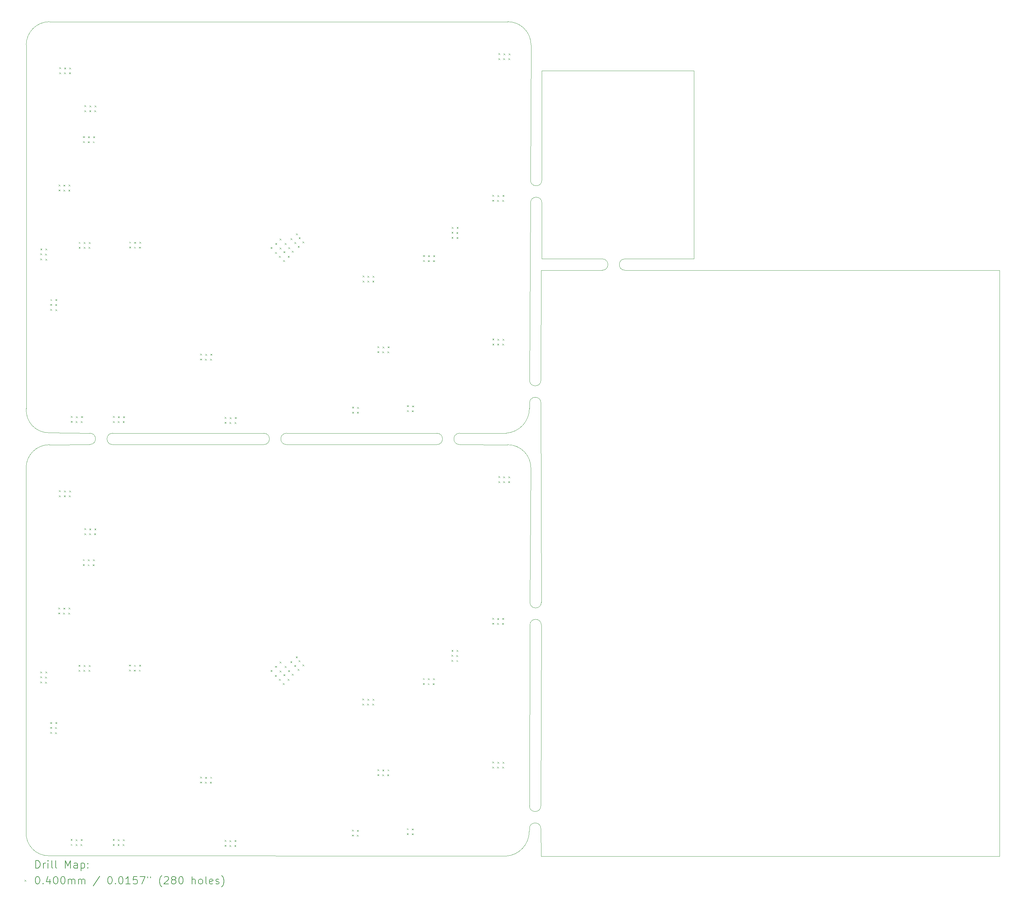
<source format=gbr>
%TF.GenerationSoftware,KiCad,Pcbnew,6.0.11-2627ca5db0~126~ubuntu20.04.1*%
%TF.CreationDate,2023-05-10T15:16:14+05:30*%
%TF.ProjectId,MVCU_COPY,4d564355-5f43-44f5-9059-2e6b69636164,rev?*%
%TF.SameCoordinates,Original*%
%TF.FileFunction,Drillmap*%
%TF.FilePolarity,Positive*%
%FSLAX45Y45*%
G04 Gerber Fmt 4.5, Leading zero omitted, Abs format (unit mm)*
G04 Created by KiCad (PCBNEW 6.0.11-2627ca5db0~126~ubuntu20.04.1) date 2023-05-10 15:16:14*
%MOMM*%
%LPD*%
G01*
G04 APERTURE LIST*
%ADD10C,0.050000*%
%ADD11C,0.120000*%
%ADD12C,0.200000*%
%ADD13C,0.040000*%
G04 APERTURE END LIST*
D10*
X16607500Y-18135000D02*
X16601800Y-18209500D01*
X16620000Y-12772500D02*
X16607500Y-17535000D01*
X16644700Y-8632300D02*
X16620000Y-12172500D01*
X16605700Y-7067500D02*
X16610000Y-6922500D01*
X16635000Y-1652500D02*
X16610000Y-6322500D01*
X16648600Y2509700D02*
X16635000Y-1052500D01*
X19122500Y-3427500D02*
X28979000Y-3432500D01*
X16914000Y-3432500D02*
X18522500Y-3427500D01*
X16907500Y-18135000D02*
X16914000Y-18863000D01*
X16920000Y-12772500D02*
X16907500Y-17535000D01*
X16910000Y-6922500D02*
X16920000Y-12172500D01*
X16914000Y-3432500D02*
X16910000Y-6322500D01*
X16935000Y-1052500D02*
X16934750Y1828000D01*
X19122500Y-3127500D02*
X20935750Y-3122500D01*
X16935250Y-3122500D02*
X16935000Y-1652500D01*
X18522500Y-3127500D02*
X16935250Y-3122500D01*
D11*
X19122500Y-3127500D02*
G75*
G03*
X19122500Y-3427500I0J-150000D01*
G01*
X18522500Y-3427500D02*
G75*
G03*
X18522500Y-3127500I0J150000D01*
G01*
X16635000Y-1052500D02*
G75*
G03*
X16935000Y-1052500I150000J0D01*
G01*
X16935000Y-1652500D02*
G75*
G03*
X16635000Y-1652500I-150000J0D01*
G01*
X16610000Y-6322500D02*
G75*
G03*
X16910000Y-6322500I150000J0D01*
G01*
X16910000Y-6922500D02*
G75*
G03*
X16610000Y-6922500I-150000J0D01*
G01*
X16620000Y-12172500D02*
G75*
G03*
X16920000Y-12172500I150000J0D01*
G01*
X16920000Y-12772500D02*
G75*
G03*
X16620000Y-12772500I-150000J0D01*
G01*
X16607500Y-17535000D02*
G75*
G03*
X16907500Y-17535000I150000J0D01*
G01*
X16907500Y-18135000D02*
G75*
G03*
X16607500Y-18135000I-150000J0D01*
G01*
D10*
X28979000Y-18863000D02*
X16914000Y-18863000D01*
X28979000Y-3432500D02*
X28979000Y-18863000D01*
X20935250Y1828000D02*
X20935750Y-3122500D01*
X16934750Y1828000D02*
X20935250Y1828000D01*
X16039000Y3119300D02*
X3974000Y3119300D01*
X14169300Y-7719500D02*
X10214300Y-7719500D01*
X14769300Y-7719500D02*
X15995700Y-7717500D01*
X5639300Y-8019500D02*
X9614300Y-8019500D01*
X9614300Y-7719500D02*
X5639300Y-7719500D01*
D11*
X14169300Y-8019500D02*
G75*
G03*
X14169300Y-7719500I0J150000D01*
G01*
D10*
X10214300Y-8019500D02*
X14169300Y-8019500D01*
D11*
X10214300Y-7719500D02*
G75*
G03*
X10214300Y-8019500I0J-150000D01*
G01*
D10*
X3970100Y-8022700D02*
G75*
G03*
X3360500Y-8632300I0J-609600D01*
G01*
X3365702Y-7067500D02*
G75*
G03*
X3965700Y-7707500I590368J-47780D01*
G01*
X15995700Y-7717499D02*
G75*
G03*
X16605700Y-7067500I-41310J649999D01*
G01*
X3970100Y-8022700D02*
X5039300Y-8015500D01*
X3361802Y-18209500D02*
G75*
G03*
X3961800Y-18849500I590368J-47780D01*
G01*
X3361800Y-18209500D02*
X3360500Y-8632300D01*
D11*
X5639300Y-7719500D02*
G75*
G03*
X5639300Y-8019500I0J-150000D01*
G01*
D10*
X16644700Y-8632300D02*
G75*
G03*
X16035100Y-8022700I-609600J0D01*
G01*
X14769300Y-8019500D02*
X16035100Y-8022700D01*
X16648600Y2509700D02*
G75*
G03*
X16039000Y3119300I-609600J0D01*
G01*
X5039300Y-7719500D02*
X3965700Y-7707500D01*
X3974000Y3119300D02*
G75*
G03*
X3364400Y2509700I0J-609600D01*
G01*
X15991800Y-18859500D02*
X3961800Y-18849500D01*
D11*
X14769300Y-7719500D02*
G75*
G03*
X14769300Y-8019500I0J-150000D01*
G01*
D10*
X15991800Y-18859499D02*
G75*
G03*
X16601800Y-18209500I-41310J649999D01*
G01*
X3365700Y-7067500D02*
X3364400Y2509700D01*
D11*
X5039300Y-8015500D02*
G75*
G03*
X5039300Y-7719500I0J148000D01*
G01*
X9614300Y-8019500D02*
G75*
G03*
X9614300Y-7719500I0J150000D01*
G01*
D12*
D13*
X3731800Y-14124500D02*
X3771800Y-14164500D01*
X3771800Y-14124500D02*
X3731800Y-14164500D01*
X3731800Y-14257000D02*
X3771800Y-14297000D01*
X3771800Y-14257000D02*
X3731800Y-14297000D01*
X3734200Y-13997100D02*
X3774200Y-14037100D01*
X3774200Y-13997100D02*
X3734200Y-14037100D01*
X3735700Y-2982500D02*
X3775700Y-3022500D01*
X3775700Y-2982500D02*
X3735700Y-3022500D01*
X3735700Y-3115000D02*
X3775700Y-3155000D01*
X3775700Y-3115000D02*
X3735700Y-3155000D01*
X3738100Y-2855100D02*
X3778100Y-2895100D01*
X3778100Y-2855100D02*
X3738100Y-2895100D01*
X3859300Y-14129500D02*
X3899300Y-14169500D01*
X3899300Y-14129500D02*
X3859300Y-14169500D01*
X3861800Y-14264500D02*
X3901800Y-14304500D01*
X3901800Y-14264500D02*
X3861800Y-14304500D01*
X3863200Y-2987500D02*
X3903200Y-3027500D01*
X3903200Y-2987500D02*
X3863200Y-3027500D01*
X3865700Y-3122500D02*
X3905700Y-3162500D01*
X3905700Y-3122500D02*
X3865700Y-3162500D01*
X3866800Y-13997000D02*
X3906800Y-14037000D01*
X3906800Y-13997000D02*
X3866800Y-14037000D01*
X3870700Y-2855000D02*
X3910700Y-2895000D01*
X3910700Y-2855000D02*
X3870700Y-2895000D01*
X3994300Y-15457000D02*
X4034300Y-15497000D01*
X4034300Y-15457000D02*
X3994300Y-15497000D01*
X3994300Y-15589500D02*
X4034300Y-15629500D01*
X4034300Y-15589500D02*
X3994300Y-15629500D01*
X3996700Y-15329600D02*
X4036700Y-15369600D01*
X4036700Y-15329600D02*
X3996700Y-15369600D01*
X3998200Y-4315000D02*
X4038200Y-4355000D01*
X4038200Y-4315000D02*
X3998200Y-4355000D01*
X3998200Y-4447500D02*
X4038200Y-4487500D01*
X4038200Y-4447500D02*
X3998200Y-4487500D01*
X4000600Y-4187600D02*
X4040600Y-4227600D01*
X4040600Y-4187600D02*
X4000600Y-4227600D01*
X4121800Y-15462000D02*
X4161800Y-15502000D01*
X4161800Y-15462000D02*
X4121800Y-15502000D01*
X4124300Y-15597000D02*
X4164300Y-15637000D01*
X4164300Y-15597000D02*
X4124300Y-15637000D01*
X4125700Y-4320000D02*
X4165700Y-4360000D01*
X4165700Y-4320000D02*
X4125700Y-4360000D01*
X4128200Y-4455000D02*
X4168200Y-4495000D01*
X4168200Y-4455000D02*
X4128200Y-4495000D01*
X4129300Y-15329500D02*
X4169300Y-15369500D01*
X4169300Y-15329500D02*
X4129300Y-15369500D01*
X4133200Y-4187500D02*
X4173200Y-4227500D01*
X4173200Y-4187500D02*
X4133200Y-4227500D01*
X4209300Y-12309500D02*
X4249300Y-12349500D01*
X4249300Y-12309500D02*
X4209300Y-12349500D01*
X4209400Y-12442100D02*
X4249400Y-12482100D01*
X4249400Y-12442100D02*
X4209400Y-12482100D01*
X4213200Y-1167500D02*
X4253200Y-1207500D01*
X4253200Y-1167500D02*
X4213200Y-1207500D01*
X4213300Y-1300100D02*
X4253300Y-1340100D01*
X4253300Y-1300100D02*
X4213300Y-1340100D01*
X4226800Y-9222000D02*
X4266800Y-9262000D01*
X4266800Y-9222000D02*
X4226800Y-9262000D01*
X4226900Y-9354600D02*
X4266900Y-9394600D01*
X4266900Y-9354600D02*
X4226900Y-9394600D01*
X4230700Y1920000D02*
X4270700Y1880000D01*
X4270700Y1920000D02*
X4230700Y1880000D01*
X4230800Y1787400D02*
X4270800Y1747400D01*
X4270800Y1787400D02*
X4230800Y1747400D01*
X4336800Y-12444500D02*
X4376800Y-12484500D01*
X4376800Y-12444500D02*
X4336800Y-12484500D01*
X4340700Y-1302500D02*
X4380700Y-1342500D01*
X4380700Y-1302500D02*
X4340700Y-1342500D01*
X4341800Y-12317000D02*
X4381800Y-12357000D01*
X4381800Y-12317000D02*
X4341800Y-12357000D01*
X4345700Y-1175000D02*
X4385700Y-1215000D01*
X4385700Y-1175000D02*
X4345700Y-1215000D01*
X4354300Y-9357000D02*
X4394300Y-9397000D01*
X4394300Y-9357000D02*
X4354300Y-9397000D01*
X4358200Y1785000D02*
X4398200Y1745000D01*
X4398200Y1785000D02*
X4358200Y1745000D01*
X4359300Y-9229500D02*
X4399300Y-9269500D01*
X4399300Y-9229500D02*
X4359300Y-9269500D01*
X4363200Y1912500D02*
X4403200Y1872500D01*
X4403200Y1912500D02*
X4363200Y1872500D01*
X4469300Y-12444500D02*
X4509300Y-12484500D01*
X4509300Y-12444500D02*
X4469300Y-12484500D01*
X4473200Y-1302500D02*
X4513200Y-1342500D01*
X4513200Y-1302500D02*
X4473200Y-1342500D01*
X4476800Y-12314500D02*
X4516800Y-12354500D01*
X4516800Y-12314500D02*
X4476800Y-12354500D01*
X4480700Y-1172500D02*
X4520700Y-1212500D01*
X4520700Y-1172500D02*
X4480700Y-1212500D01*
X4486800Y-9357000D02*
X4526800Y-9397000D01*
X4526800Y-9357000D02*
X4486800Y-9397000D01*
X4490700Y1785000D02*
X4530700Y1745000D01*
X4530700Y1785000D02*
X4490700Y1745000D01*
X4494300Y-9227000D02*
X4534300Y-9267000D01*
X4534300Y-9227000D02*
X4494300Y-9267000D01*
X4498200Y1915000D02*
X4538200Y1875000D01*
X4538200Y1915000D02*
X4498200Y1875000D01*
X4534300Y-18407000D02*
X4574300Y-18447000D01*
X4574300Y-18407000D02*
X4534300Y-18447000D01*
X4534400Y-18539600D02*
X4574400Y-18579600D01*
X4574400Y-18539600D02*
X4534400Y-18579600D01*
X4538200Y-7265000D02*
X4578200Y-7305000D01*
X4578200Y-7265000D02*
X4538200Y-7305000D01*
X4538300Y-7397600D02*
X4578300Y-7437600D01*
X4578300Y-7397600D02*
X4538300Y-7437600D01*
X4661800Y-18542000D02*
X4701800Y-18582000D01*
X4701800Y-18542000D02*
X4661800Y-18582000D01*
X4665700Y-7400000D02*
X4705700Y-7440000D01*
X4705700Y-7400000D02*
X4665700Y-7440000D01*
X4666800Y-18414500D02*
X4706800Y-18454500D01*
X4706800Y-18414500D02*
X4666800Y-18454500D01*
X4670700Y-7272500D02*
X4710700Y-7312500D01*
X4710700Y-7272500D02*
X4670700Y-7312500D01*
X4741800Y-13822000D02*
X4781800Y-13862000D01*
X4781800Y-13822000D02*
X4741800Y-13862000D01*
X4741900Y-13954600D02*
X4781900Y-13994600D01*
X4781900Y-13954600D02*
X4741900Y-13994600D01*
X4745700Y-2680000D02*
X4785700Y-2720000D01*
X4785700Y-2680000D02*
X4745700Y-2720000D01*
X4745800Y-2812600D02*
X4785800Y-2852600D01*
X4785800Y-2812600D02*
X4745800Y-2852600D01*
X4794300Y-18542000D02*
X4834300Y-18582000D01*
X4834300Y-18542000D02*
X4794300Y-18582000D01*
X4798200Y-7400000D02*
X4838200Y-7440000D01*
X4838200Y-7400000D02*
X4798200Y-7440000D01*
X4801800Y-18412000D02*
X4841800Y-18452000D01*
X4841800Y-18412000D02*
X4801800Y-18452000D01*
X4805700Y-7270000D02*
X4845700Y-7310000D01*
X4845700Y-7270000D02*
X4805700Y-7310000D01*
X4854300Y-11037000D02*
X4894300Y-11077000D01*
X4894300Y-11037000D02*
X4854300Y-11077000D01*
X4854400Y-11169600D02*
X4894400Y-11209600D01*
X4894400Y-11169600D02*
X4854400Y-11209600D01*
X4858200Y105000D02*
X4898200Y65000D01*
X4898200Y105000D02*
X4858200Y65000D01*
X4858300Y-27600D02*
X4898300Y-67600D01*
X4898300Y-27600D02*
X4858300Y-67600D01*
X4869300Y-13957000D02*
X4909300Y-13997000D01*
X4909300Y-13957000D02*
X4869300Y-13997000D01*
X4873200Y-2815000D02*
X4913200Y-2855000D01*
X4913200Y-2815000D02*
X4873200Y-2855000D01*
X4874300Y-13829500D02*
X4914300Y-13869500D01*
X4914300Y-13829500D02*
X4874300Y-13869500D01*
X4878200Y-2687500D02*
X4918200Y-2727500D01*
X4918200Y-2687500D02*
X4878200Y-2727500D01*
X4891800Y-10222000D02*
X4931800Y-10262000D01*
X4931800Y-10222000D02*
X4891800Y-10262000D01*
X4891900Y-10354600D02*
X4931900Y-10394600D01*
X4931900Y-10354600D02*
X4891900Y-10394600D01*
X4895700Y920000D02*
X4935700Y880000D01*
X4935700Y920000D02*
X4895700Y880000D01*
X4895800Y787400D02*
X4935800Y747400D01*
X4935800Y787400D02*
X4895800Y747400D01*
X4981800Y-11172000D02*
X5021800Y-11212000D01*
X5021800Y-11172000D02*
X4981800Y-11212000D01*
X4985700Y-30000D02*
X5025700Y-70000D01*
X5025700Y-30000D02*
X4985700Y-70000D01*
X4986800Y-11044500D02*
X5026800Y-11084500D01*
X5026800Y-11044500D02*
X4986800Y-11084500D01*
X4990700Y97500D02*
X5030700Y57500D01*
X5030700Y97500D02*
X4990700Y57500D01*
X5001800Y-13957000D02*
X5041800Y-13997000D01*
X5041800Y-13957000D02*
X5001800Y-13997000D01*
X5005700Y-2815000D02*
X5045700Y-2855000D01*
X5045700Y-2815000D02*
X5005700Y-2855000D01*
X5009300Y-13827000D02*
X5049300Y-13867000D01*
X5049300Y-13827000D02*
X5009300Y-13867000D01*
X5013200Y-2685000D02*
X5053200Y-2725000D01*
X5053200Y-2685000D02*
X5013200Y-2725000D01*
X5019300Y-10357000D02*
X5059300Y-10397000D01*
X5059300Y-10357000D02*
X5019300Y-10397000D01*
X5023200Y785000D02*
X5063200Y745000D01*
X5063200Y785000D02*
X5023200Y745000D01*
X5024300Y-10229500D02*
X5064300Y-10269500D01*
X5064300Y-10229500D02*
X5024300Y-10269500D01*
X5028200Y912500D02*
X5068200Y872500D01*
X5068200Y912500D02*
X5028200Y872500D01*
X5114300Y-11172000D02*
X5154300Y-11212000D01*
X5154300Y-11172000D02*
X5114300Y-11212000D01*
X5118200Y-30000D02*
X5158200Y-70000D01*
X5158200Y-30000D02*
X5118200Y-70000D01*
X5121800Y-11042000D02*
X5161800Y-11082000D01*
X5161800Y-11042000D02*
X5121800Y-11082000D01*
X5125700Y100000D02*
X5165700Y60000D01*
X5165700Y100000D02*
X5125700Y60000D01*
X5151800Y-10357000D02*
X5191800Y-10397000D01*
X5191800Y-10357000D02*
X5151800Y-10397000D01*
X5155700Y785000D02*
X5195700Y745000D01*
X5195700Y785000D02*
X5155700Y745000D01*
X5159300Y-10227000D02*
X5199300Y-10267000D01*
X5199300Y-10227000D02*
X5159300Y-10267000D01*
X5163200Y915000D02*
X5203200Y875000D01*
X5203200Y915000D02*
X5163200Y875000D01*
X5641800Y-18409500D02*
X5681800Y-18449500D01*
X5681800Y-18409500D02*
X5641800Y-18449500D01*
X5641900Y-18542100D02*
X5681900Y-18582100D01*
X5681900Y-18542100D02*
X5641900Y-18582100D01*
X5645700Y-7267500D02*
X5685700Y-7307500D01*
X5685700Y-7267500D02*
X5645700Y-7307500D01*
X5645800Y-7400100D02*
X5685800Y-7440100D01*
X5685800Y-7400100D02*
X5645800Y-7440100D01*
X5769300Y-18544500D02*
X5809300Y-18584500D01*
X5809300Y-18544500D02*
X5769300Y-18584500D01*
X5773200Y-7402500D02*
X5813200Y-7442500D01*
X5813200Y-7402500D02*
X5773200Y-7442500D01*
X5774300Y-18417000D02*
X5814300Y-18457000D01*
X5814300Y-18417000D02*
X5774300Y-18457000D01*
X5778200Y-7275000D02*
X5818200Y-7315000D01*
X5818200Y-7275000D02*
X5778200Y-7315000D01*
X5901800Y-18544500D02*
X5941800Y-18584500D01*
X5941800Y-18544500D02*
X5901800Y-18584500D01*
X5905700Y-7402500D02*
X5945700Y-7442500D01*
X5945700Y-7402500D02*
X5905700Y-7442500D01*
X5909300Y-18414500D02*
X5949300Y-18454500D01*
X5949300Y-18414500D02*
X5909300Y-18454500D01*
X5913200Y-7272500D02*
X5953200Y-7312500D01*
X5953200Y-7272500D02*
X5913200Y-7312500D01*
X6069300Y-13814500D02*
X6109300Y-13854500D01*
X6109300Y-13814500D02*
X6069300Y-13854500D01*
X6069400Y-13947100D02*
X6109400Y-13987100D01*
X6109400Y-13947100D02*
X6069400Y-13987100D01*
X6073200Y-2672500D02*
X6113200Y-2712500D01*
X6113200Y-2672500D02*
X6073200Y-2712500D01*
X6073300Y-2805100D02*
X6113300Y-2845100D01*
X6113300Y-2805100D02*
X6073300Y-2845100D01*
X6196800Y-13949500D02*
X6236800Y-13989500D01*
X6236800Y-13949500D02*
X6196800Y-13989500D01*
X6200700Y-2807500D02*
X6240700Y-2847500D01*
X6240700Y-2807500D02*
X6200700Y-2847500D01*
X6201800Y-13822000D02*
X6241800Y-13862000D01*
X6241800Y-13822000D02*
X6201800Y-13862000D01*
X6205700Y-2680000D02*
X6245700Y-2720000D01*
X6245700Y-2680000D02*
X6205700Y-2720000D01*
X6329300Y-13949500D02*
X6369300Y-13989500D01*
X6369300Y-13949500D02*
X6329300Y-13989500D01*
X6333200Y-2807500D02*
X6373200Y-2847500D01*
X6373200Y-2807500D02*
X6333200Y-2847500D01*
X6336800Y-13819500D02*
X6376800Y-13859500D01*
X6376800Y-13819500D02*
X6336800Y-13859500D01*
X6340700Y-2677500D02*
X6380700Y-2717500D01*
X6380700Y-2677500D02*
X6340700Y-2717500D01*
X7939300Y-16764500D02*
X7979300Y-16804500D01*
X7979300Y-16764500D02*
X7939300Y-16804500D01*
X7939400Y-16897100D02*
X7979400Y-16937100D01*
X7979400Y-16897100D02*
X7939400Y-16937100D01*
X7943200Y-5622500D02*
X7983200Y-5662500D01*
X7983200Y-5622500D02*
X7943200Y-5662500D01*
X7943300Y-5755100D02*
X7983300Y-5795100D01*
X7983300Y-5755100D02*
X7943300Y-5795100D01*
X8066800Y-16899500D02*
X8106800Y-16939500D01*
X8106800Y-16899500D02*
X8066800Y-16939500D01*
X8070700Y-5757500D02*
X8110700Y-5797500D01*
X8110700Y-5757500D02*
X8070700Y-5797500D01*
X8071800Y-16772000D02*
X8111800Y-16812000D01*
X8111800Y-16772000D02*
X8071800Y-16812000D01*
X8075700Y-5630000D02*
X8115700Y-5670000D01*
X8115700Y-5630000D02*
X8075700Y-5670000D01*
X8199300Y-16899500D02*
X8239300Y-16939500D01*
X8239300Y-16899500D02*
X8199300Y-16939500D01*
X8203200Y-5757500D02*
X8243200Y-5797500D01*
X8243200Y-5757500D02*
X8203200Y-5797500D01*
X8206800Y-16769500D02*
X8246800Y-16809500D01*
X8246800Y-16769500D02*
X8206800Y-16809500D01*
X8210700Y-5627500D02*
X8250700Y-5667500D01*
X8250700Y-5627500D02*
X8210700Y-5667500D01*
X8581800Y-18432000D02*
X8621800Y-18472000D01*
X8621800Y-18432000D02*
X8581800Y-18472000D01*
X8581900Y-18564600D02*
X8621900Y-18604600D01*
X8621900Y-18564600D02*
X8581900Y-18604600D01*
X8585700Y-7290000D02*
X8625700Y-7330000D01*
X8625700Y-7290000D02*
X8585700Y-7330000D01*
X8585800Y-7422600D02*
X8625800Y-7462600D01*
X8625800Y-7422600D02*
X8585800Y-7462600D01*
X8709300Y-18567000D02*
X8749300Y-18607000D01*
X8749300Y-18567000D02*
X8709300Y-18607000D01*
X8713200Y-7425000D02*
X8753200Y-7465000D01*
X8753200Y-7425000D02*
X8713200Y-7465000D01*
X8714300Y-18439500D02*
X8754300Y-18479500D01*
X8754300Y-18439500D02*
X8714300Y-18479500D01*
X8718200Y-7297500D02*
X8758200Y-7337500D01*
X8758200Y-7297500D02*
X8718200Y-7337500D01*
X8841800Y-18567000D02*
X8881800Y-18607000D01*
X8881800Y-18567000D02*
X8841800Y-18607000D01*
X8845700Y-7425000D02*
X8885700Y-7465000D01*
X8885700Y-7425000D02*
X8845700Y-7465000D01*
X8849300Y-18437000D02*
X8889300Y-18477000D01*
X8889300Y-18437000D02*
X8849300Y-18477000D01*
X8853200Y-7295000D02*
X8893200Y-7335000D01*
X8893200Y-7295000D02*
X8853200Y-7335000D01*
X9794300Y-13959500D02*
X9834300Y-13999500D01*
X9834300Y-13959500D02*
X9794300Y-13999500D01*
X9798200Y-2817500D02*
X9838200Y-2857500D01*
X9838200Y-2817500D02*
X9798200Y-2857500D01*
X9909300Y-14087000D02*
X9949300Y-14127000D01*
X9949300Y-14087000D02*
X9909300Y-14127000D01*
X9913200Y-2945000D02*
X9953200Y-2985000D01*
X9953200Y-2945000D02*
X9913200Y-2985000D01*
X9914300Y-13849500D02*
X9954300Y-13889500D01*
X9954300Y-13849500D02*
X9914300Y-13889500D01*
X9918200Y-2707500D02*
X9958200Y-2747500D01*
X9958200Y-2707500D02*
X9918200Y-2747500D01*
X10014300Y-14192000D02*
X10054300Y-14232000D01*
X10054300Y-14192000D02*
X10014300Y-14232000D01*
X10018200Y-3050000D02*
X10058200Y-3090000D01*
X10058200Y-3050000D02*
X10018200Y-3090000D01*
X10029300Y-13732000D02*
X10069300Y-13772000D01*
X10069300Y-13732000D02*
X10029300Y-13772000D01*
X10029300Y-13969500D02*
X10069300Y-14009500D01*
X10069300Y-13969500D02*
X10029300Y-14009500D01*
X10033200Y-2590000D02*
X10073200Y-2630000D01*
X10073200Y-2590000D02*
X10033200Y-2630000D01*
X10033200Y-2827500D02*
X10073200Y-2867500D01*
X10073200Y-2827500D02*
X10033200Y-2867500D01*
X10119300Y-14302000D02*
X10159300Y-14342000D01*
X10159300Y-14302000D02*
X10119300Y-14342000D01*
X10123200Y-3160000D02*
X10163200Y-3200000D01*
X10163200Y-3160000D02*
X10123200Y-3200000D01*
X10131800Y-14069500D02*
X10171800Y-14109500D01*
X10171800Y-14069500D02*
X10131800Y-14109500D01*
X10135700Y-2927500D02*
X10175700Y-2967500D01*
X10175700Y-2927500D02*
X10135700Y-2967500D01*
X10166800Y-13852000D02*
X10206800Y-13892000D01*
X10206800Y-13852000D02*
X10166800Y-13892000D01*
X10170700Y-2710000D02*
X10210700Y-2750000D01*
X10210700Y-2710000D02*
X10170700Y-2750000D01*
X10244300Y-14192000D02*
X10284300Y-14232000D01*
X10284300Y-14192000D02*
X10244300Y-14232000D01*
X10248200Y-3050000D02*
X10288200Y-3090000D01*
X10288200Y-3050000D02*
X10248200Y-3090000D01*
X10256800Y-13962000D02*
X10296800Y-14002000D01*
X10296800Y-13962000D02*
X10256800Y-14002000D01*
X10260700Y-2820000D02*
X10300700Y-2860000D01*
X10300700Y-2820000D02*
X10260700Y-2860000D01*
X10316800Y-13727000D02*
X10356800Y-13767000D01*
X10356800Y-13727000D02*
X10316800Y-13767000D01*
X10320700Y-2585000D02*
X10360700Y-2625000D01*
X10360700Y-2585000D02*
X10320700Y-2625000D01*
X10351800Y-14057000D02*
X10391800Y-14097000D01*
X10391800Y-14057000D02*
X10351800Y-14097000D01*
X10355700Y-2915000D02*
X10395700Y-2955000D01*
X10395700Y-2915000D02*
X10355700Y-2955000D01*
X10416800Y-13827000D02*
X10456800Y-13867000D01*
X10456800Y-13827000D02*
X10416800Y-13867000D01*
X10420700Y-2685000D02*
X10460700Y-2725000D01*
X10460700Y-2685000D02*
X10420700Y-2725000D01*
X10459300Y-13597000D02*
X10499300Y-13637000D01*
X10499300Y-13597000D02*
X10459300Y-13637000D01*
X10463200Y-2455000D02*
X10503200Y-2495000D01*
X10503200Y-2455000D02*
X10463200Y-2495000D01*
X10506800Y-13927000D02*
X10546800Y-13967000D01*
X10546800Y-13927000D02*
X10506800Y-13967000D01*
X10510700Y-2785000D02*
X10550700Y-2825000D01*
X10550700Y-2785000D02*
X10510700Y-2825000D01*
X10531800Y-13702000D02*
X10571800Y-13742000D01*
X10571800Y-13702000D02*
X10531800Y-13742000D01*
X10535700Y-2560000D02*
X10575700Y-2600000D01*
X10575700Y-2560000D02*
X10535700Y-2600000D01*
X10631800Y-13812000D02*
X10671800Y-13852000D01*
X10671800Y-13812000D02*
X10631800Y-13852000D01*
X10635700Y-2670000D02*
X10675700Y-2710000D01*
X10675700Y-2670000D02*
X10635700Y-2710000D01*
X11936800Y-18162000D02*
X11976800Y-18202000D01*
X11976800Y-18162000D02*
X11936800Y-18202000D01*
X11936900Y-18294600D02*
X11976900Y-18334600D01*
X11976900Y-18294600D02*
X11936900Y-18334600D01*
X11940700Y-7020000D02*
X11980700Y-7060000D01*
X11980700Y-7020000D02*
X11940700Y-7060000D01*
X11940800Y-7152600D02*
X11980800Y-7192600D01*
X11980800Y-7152600D02*
X11940800Y-7192600D01*
X12064300Y-18297000D02*
X12104300Y-18337000D01*
X12104300Y-18297000D02*
X12064300Y-18337000D01*
X12068200Y-7155000D02*
X12108200Y-7195000D01*
X12108200Y-7155000D02*
X12068200Y-7195000D01*
X12069300Y-18169500D02*
X12109300Y-18209500D01*
X12109300Y-18169500D02*
X12069300Y-18209500D01*
X12073200Y-7027500D02*
X12113200Y-7067500D01*
X12113200Y-7027500D02*
X12073200Y-7067500D01*
X12210000Y-14710000D02*
X12250000Y-14750000D01*
X12250000Y-14710000D02*
X12210000Y-14750000D01*
X12210100Y-14842600D02*
X12250100Y-14882600D01*
X12250100Y-14842600D02*
X12210100Y-14882600D01*
X12213900Y-3568000D02*
X12253900Y-3608000D01*
X12253900Y-3568000D02*
X12213900Y-3608000D01*
X12214000Y-3700600D02*
X12254000Y-3740600D01*
X12254000Y-3700600D02*
X12214000Y-3740600D01*
X12337500Y-14845000D02*
X12377500Y-14885000D01*
X12377500Y-14845000D02*
X12337500Y-14885000D01*
X12341400Y-3703000D02*
X12381400Y-3743000D01*
X12381400Y-3703000D02*
X12341400Y-3743000D01*
X12342500Y-14717500D02*
X12382500Y-14757500D01*
X12382500Y-14717500D02*
X12342500Y-14757500D01*
X12346400Y-3575500D02*
X12386400Y-3615500D01*
X12386400Y-3575500D02*
X12346400Y-3615500D01*
X12470000Y-14845000D02*
X12510000Y-14885000D01*
X12510000Y-14845000D02*
X12470000Y-14885000D01*
X12473900Y-3703000D02*
X12513900Y-3743000D01*
X12513900Y-3703000D02*
X12473900Y-3743000D01*
X12477500Y-14715000D02*
X12517500Y-14755000D01*
X12517500Y-14715000D02*
X12477500Y-14755000D01*
X12481400Y-3573000D02*
X12521400Y-3613000D01*
X12521400Y-3573000D02*
X12481400Y-3613000D01*
X12604300Y-16569500D02*
X12644300Y-16609500D01*
X12644300Y-16569500D02*
X12604300Y-16609500D01*
X12604400Y-16702100D02*
X12644400Y-16742100D01*
X12644400Y-16702100D02*
X12604400Y-16742100D01*
X12608200Y-5427500D02*
X12648200Y-5467500D01*
X12648200Y-5427500D02*
X12608200Y-5467500D01*
X12608300Y-5560100D02*
X12648300Y-5600100D01*
X12648300Y-5560100D02*
X12608300Y-5600100D01*
X12731800Y-16704500D02*
X12771800Y-16744500D01*
X12771800Y-16704500D02*
X12731800Y-16744500D01*
X12735700Y-5562500D02*
X12775700Y-5602500D01*
X12775700Y-5562500D02*
X12735700Y-5602500D01*
X12736800Y-16577000D02*
X12776800Y-16617000D01*
X12776800Y-16577000D02*
X12736800Y-16617000D01*
X12740700Y-5435000D02*
X12780700Y-5475000D01*
X12780700Y-5435000D02*
X12740700Y-5475000D01*
X12864300Y-16704500D02*
X12904300Y-16744500D01*
X12904300Y-16704500D02*
X12864300Y-16744500D01*
X12868200Y-5562500D02*
X12908200Y-5602500D01*
X12908200Y-5562500D02*
X12868200Y-5602500D01*
X12871800Y-16574500D02*
X12911800Y-16614500D01*
X12911800Y-16574500D02*
X12871800Y-16614500D01*
X12875700Y-5432500D02*
X12915700Y-5472500D01*
X12915700Y-5432500D02*
X12875700Y-5472500D01*
X13381800Y-18124500D02*
X13421800Y-18164500D01*
X13421800Y-18124500D02*
X13381800Y-18164500D01*
X13381900Y-18257100D02*
X13421900Y-18297100D01*
X13421900Y-18257100D02*
X13381900Y-18297100D01*
X13385700Y-6982500D02*
X13425700Y-7022500D01*
X13425700Y-6982500D02*
X13385700Y-7022500D01*
X13385800Y-7115100D02*
X13425800Y-7155100D01*
X13425800Y-7115100D02*
X13385800Y-7155100D01*
X13509300Y-18259500D02*
X13549300Y-18299500D01*
X13549300Y-18259500D02*
X13509300Y-18299500D01*
X13513200Y-7117500D02*
X13553200Y-7157500D01*
X13553200Y-7117500D02*
X13513200Y-7157500D01*
X13514300Y-18132000D02*
X13554300Y-18172000D01*
X13554300Y-18132000D02*
X13514300Y-18172000D01*
X13518200Y-6990000D02*
X13558200Y-7030000D01*
X13558200Y-6990000D02*
X13518200Y-7030000D01*
X13804300Y-14169500D02*
X13844300Y-14209500D01*
X13844300Y-14169500D02*
X13804300Y-14209500D01*
X13804400Y-14302100D02*
X13844400Y-14342100D01*
X13844400Y-14302100D02*
X13804400Y-14342100D01*
X13808200Y-3027500D02*
X13848200Y-3067500D01*
X13848200Y-3027500D02*
X13808200Y-3067500D01*
X13808300Y-3160100D02*
X13848300Y-3200100D01*
X13848300Y-3160100D02*
X13808300Y-3200100D01*
X13931800Y-14304500D02*
X13971800Y-14344500D01*
X13971800Y-14304500D02*
X13931800Y-14344500D01*
X13935700Y-3162500D02*
X13975700Y-3202500D01*
X13975700Y-3162500D02*
X13935700Y-3202500D01*
X13936800Y-14177000D02*
X13976800Y-14217000D01*
X13976800Y-14177000D02*
X13936800Y-14217000D01*
X13940700Y-3035000D02*
X13980700Y-3075000D01*
X13980700Y-3035000D02*
X13940700Y-3075000D01*
X14064300Y-14304500D02*
X14104300Y-14344500D01*
X14104300Y-14304500D02*
X14064300Y-14344500D01*
X14068200Y-3162500D02*
X14108200Y-3202500D01*
X14108200Y-3162500D02*
X14068200Y-3202500D01*
X14071800Y-14174500D02*
X14111800Y-14214500D01*
X14111800Y-14174500D02*
X14071800Y-14214500D01*
X14075700Y-3032500D02*
X14115700Y-3072500D01*
X14115700Y-3032500D02*
X14075700Y-3072500D01*
X14554300Y-13557000D02*
X14594300Y-13597000D01*
X14594300Y-13557000D02*
X14554300Y-13597000D01*
X14554300Y-13689500D02*
X14594300Y-13729500D01*
X14594300Y-13689500D02*
X14554300Y-13729500D01*
X14556700Y-13429600D02*
X14596700Y-13469600D01*
X14596700Y-13429600D02*
X14556700Y-13469600D01*
X14558200Y-2415000D02*
X14598200Y-2455000D01*
X14598200Y-2415000D02*
X14558200Y-2455000D01*
X14558200Y-2547500D02*
X14598200Y-2587500D01*
X14598200Y-2547500D02*
X14558200Y-2587500D01*
X14560600Y-2287600D02*
X14600600Y-2327600D01*
X14600600Y-2287600D02*
X14560600Y-2327600D01*
X14681800Y-13562000D02*
X14721800Y-13602000D01*
X14721800Y-13562000D02*
X14681800Y-13602000D01*
X14684300Y-13697000D02*
X14724300Y-13737000D01*
X14724300Y-13697000D02*
X14684300Y-13737000D01*
X14685700Y-2420000D02*
X14725700Y-2460000D01*
X14725700Y-2420000D02*
X14685700Y-2460000D01*
X14688200Y-2555000D02*
X14728200Y-2595000D01*
X14728200Y-2555000D02*
X14688200Y-2595000D01*
X14689300Y-13429500D02*
X14729300Y-13469500D01*
X14729300Y-13429500D02*
X14689300Y-13469500D01*
X14693200Y-2287500D02*
X14733200Y-2327500D01*
X14733200Y-2287500D02*
X14693200Y-2327500D01*
X15626800Y-12582000D02*
X15666800Y-12622000D01*
X15666800Y-12582000D02*
X15626800Y-12622000D01*
X15626900Y-12714600D02*
X15666900Y-12754600D01*
X15666900Y-12714600D02*
X15626900Y-12754600D01*
X15629300Y-16369500D02*
X15669300Y-16409500D01*
X15669300Y-16369500D02*
X15629300Y-16409500D01*
X15629400Y-16502100D02*
X15669400Y-16542100D01*
X15669400Y-16502100D02*
X15629400Y-16542100D01*
X15630700Y-1440000D02*
X15670700Y-1480000D01*
X15670700Y-1440000D02*
X15630700Y-1480000D01*
X15630800Y-1572600D02*
X15670800Y-1612600D01*
X15670800Y-1572600D02*
X15630800Y-1612600D01*
X15633200Y-5227500D02*
X15673200Y-5267500D01*
X15673200Y-5227500D02*
X15633200Y-5267500D01*
X15633300Y-5360100D02*
X15673300Y-5400100D01*
X15673300Y-5360100D02*
X15633300Y-5400100D01*
X15754300Y-12717000D02*
X15794300Y-12757000D01*
X15794300Y-12717000D02*
X15754300Y-12757000D01*
X15756800Y-16504500D02*
X15796800Y-16544500D01*
X15796800Y-16504500D02*
X15756800Y-16544500D01*
X15758200Y-1575000D02*
X15798200Y-1615000D01*
X15798200Y-1575000D02*
X15758200Y-1615000D01*
X15759300Y-12589500D02*
X15799300Y-12629500D01*
X15799300Y-12589500D02*
X15759300Y-12629500D01*
X15760700Y-5362500D02*
X15800700Y-5402500D01*
X15800700Y-5362500D02*
X15760700Y-5402500D01*
X15761800Y-16377000D02*
X15801800Y-16417000D01*
X15801800Y-16377000D02*
X15761800Y-16417000D01*
X15763200Y-1447500D02*
X15803200Y-1487500D01*
X15803200Y-1447500D02*
X15763200Y-1487500D01*
X15765700Y-5235000D02*
X15805700Y-5275000D01*
X15805700Y-5235000D02*
X15765700Y-5275000D01*
X15786800Y-8849500D02*
X15826800Y-8889500D01*
X15826800Y-8849500D02*
X15786800Y-8889500D01*
X15786900Y-8982100D02*
X15826900Y-9022100D01*
X15826900Y-8982100D02*
X15786900Y-9022100D01*
X15790700Y2292500D02*
X15830700Y2252500D01*
X15830700Y2292500D02*
X15790700Y2252500D01*
X15790800Y2159900D02*
X15830800Y2119900D01*
X15830800Y2159900D02*
X15790800Y2119900D01*
X15886800Y-12717000D02*
X15926800Y-12757000D01*
X15926800Y-12717000D02*
X15886800Y-12757000D01*
X15889300Y-16504500D02*
X15929300Y-16544500D01*
X15929300Y-16504500D02*
X15889300Y-16544500D01*
X15890700Y-1575000D02*
X15930700Y-1615000D01*
X15930700Y-1575000D02*
X15890700Y-1615000D01*
X15893200Y-5362500D02*
X15933200Y-5402500D01*
X15933200Y-5362500D02*
X15893200Y-5402500D01*
X15894300Y-12587000D02*
X15934300Y-12627000D01*
X15934300Y-12587000D02*
X15894300Y-12627000D01*
X15896800Y-16374500D02*
X15936800Y-16414500D01*
X15936800Y-16374500D02*
X15896800Y-16414500D01*
X15898200Y-1445000D02*
X15938200Y-1485000D01*
X15938200Y-1445000D02*
X15898200Y-1485000D01*
X15900700Y-5232500D02*
X15940700Y-5272500D01*
X15940700Y-5232500D02*
X15900700Y-5272500D01*
X15914300Y-8984500D02*
X15954300Y-9024500D01*
X15954300Y-8984500D02*
X15914300Y-9024500D01*
X15918200Y2157500D02*
X15958200Y2117500D01*
X15958200Y2157500D02*
X15918200Y2117500D01*
X15919300Y-8857000D02*
X15959300Y-8897000D01*
X15959300Y-8857000D02*
X15919300Y-8897000D01*
X15923200Y2285000D02*
X15963200Y2245000D01*
X15963200Y2285000D02*
X15923200Y2245000D01*
X16046800Y-8984500D02*
X16086800Y-9024500D01*
X16086800Y-8984500D02*
X16046800Y-9024500D01*
X16050700Y2157500D02*
X16090700Y2117500D01*
X16090700Y2157500D02*
X16050700Y2117500D01*
X16054300Y-8854500D02*
X16094300Y-8894500D01*
X16094300Y-8854500D02*
X16054300Y-8894500D01*
X16058200Y2287500D02*
X16098200Y2247500D01*
X16098200Y2287500D02*
X16058200Y2247500D01*
D12*
X3614991Y-19175976D02*
X3614991Y-18975976D01*
X3662610Y-18975976D01*
X3691181Y-18985500D01*
X3710229Y-19004548D01*
X3719753Y-19023595D01*
X3729276Y-19061690D01*
X3729276Y-19090262D01*
X3719753Y-19128357D01*
X3710229Y-19147405D01*
X3691181Y-19166452D01*
X3662610Y-19175976D01*
X3614991Y-19175976D01*
X3814991Y-19175976D02*
X3814991Y-19042643D01*
X3814991Y-19080738D02*
X3824514Y-19061690D01*
X3834038Y-19052167D01*
X3853086Y-19042643D01*
X3872134Y-19042643D01*
X3938800Y-19175976D02*
X3938800Y-19042643D01*
X3938800Y-18975976D02*
X3929276Y-18985500D01*
X3938800Y-18995024D01*
X3948324Y-18985500D01*
X3938800Y-18975976D01*
X3938800Y-18995024D01*
X4062610Y-19175976D02*
X4043562Y-19166452D01*
X4034038Y-19147405D01*
X4034038Y-18975976D01*
X4167372Y-19175976D02*
X4148324Y-19166452D01*
X4138800Y-19147405D01*
X4138800Y-18975976D01*
X4395943Y-19175976D02*
X4395943Y-18975976D01*
X4462610Y-19118833D01*
X4529276Y-18975976D01*
X4529276Y-19175976D01*
X4710229Y-19175976D02*
X4710229Y-19071214D01*
X4700705Y-19052167D01*
X4681657Y-19042643D01*
X4643562Y-19042643D01*
X4624515Y-19052167D01*
X4710229Y-19166452D02*
X4691181Y-19175976D01*
X4643562Y-19175976D01*
X4624515Y-19166452D01*
X4614991Y-19147405D01*
X4614991Y-19128357D01*
X4624515Y-19109310D01*
X4643562Y-19099786D01*
X4691181Y-19099786D01*
X4710229Y-19090262D01*
X4805467Y-19042643D02*
X4805467Y-19242643D01*
X4805467Y-19052167D02*
X4824515Y-19042643D01*
X4862610Y-19042643D01*
X4881657Y-19052167D01*
X4891181Y-19061690D01*
X4900705Y-19080738D01*
X4900705Y-19137881D01*
X4891181Y-19156929D01*
X4881657Y-19166452D01*
X4862610Y-19175976D01*
X4824515Y-19175976D01*
X4805467Y-19166452D01*
X4986419Y-19156929D02*
X4995943Y-19166452D01*
X4986419Y-19175976D01*
X4976896Y-19166452D01*
X4986419Y-19156929D01*
X4986419Y-19175976D01*
X4986419Y-19052167D02*
X4995943Y-19061690D01*
X4986419Y-19071214D01*
X4976896Y-19061690D01*
X4986419Y-19052167D01*
X4986419Y-19071214D01*
D13*
X3317372Y-19485500D02*
X3357372Y-19525500D01*
X3357372Y-19485500D02*
X3317372Y-19525500D01*
D12*
X3653086Y-19395976D02*
X3672134Y-19395976D01*
X3691181Y-19405500D01*
X3700705Y-19415024D01*
X3710229Y-19434071D01*
X3719753Y-19472167D01*
X3719753Y-19519786D01*
X3710229Y-19557881D01*
X3700705Y-19576929D01*
X3691181Y-19586452D01*
X3672134Y-19595976D01*
X3653086Y-19595976D01*
X3634038Y-19586452D01*
X3624514Y-19576929D01*
X3614991Y-19557881D01*
X3605467Y-19519786D01*
X3605467Y-19472167D01*
X3614991Y-19434071D01*
X3624514Y-19415024D01*
X3634038Y-19405500D01*
X3653086Y-19395976D01*
X3805467Y-19576929D02*
X3814991Y-19586452D01*
X3805467Y-19595976D01*
X3795943Y-19586452D01*
X3805467Y-19576929D01*
X3805467Y-19595976D01*
X3986419Y-19462643D02*
X3986419Y-19595976D01*
X3938800Y-19386452D02*
X3891181Y-19529310D01*
X4014991Y-19529310D01*
X4129276Y-19395976D02*
X4148324Y-19395976D01*
X4167372Y-19405500D01*
X4176895Y-19415024D01*
X4186419Y-19434071D01*
X4195943Y-19472167D01*
X4195943Y-19519786D01*
X4186419Y-19557881D01*
X4176895Y-19576929D01*
X4167372Y-19586452D01*
X4148324Y-19595976D01*
X4129276Y-19595976D01*
X4110229Y-19586452D01*
X4100705Y-19576929D01*
X4091181Y-19557881D01*
X4081657Y-19519786D01*
X4081657Y-19472167D01*
X4091181Y-19434071D01*
X4100705Y-19415024D01*
X4110229Y-19405500D01*
X4129276Y-19395976D01*
X4319753Y-19395976D02*
X4338800Y-19395976D01*
X4357848Y-19405500D01*
X4367372Y-19415024D01*
X4376896Y-19434071D01*
X4386419Y-19472167D01*
X4386419Y-19519786D01*
X4376896Y-19557881D01*
X4367372Y-19576929D01*
X4357848Y-19586452D01*
X4338800Y-19595976D01*
X4319753Y-19595976D01*
X4300705Y-19586452D01*
X4291181Y-19576929D01*
X4281657Y-19557881D01*
X4272134Y-19519786D01*
X4272134Y-19472167D01*
X4281657Y-19434071D01*
X4291181Y-19415024D01*
X4300705Y-19405500D01*
X4319753Y-19395976D01*
X4472134Y-19595976D02*
X4472134Y-19462643D01*
X4472134Y-19481690D02*
X4481657Y-19472167D01*
X4500705Y-19462643D01*
X4529276Y-19462643D01*
X4548324Y-19472167D01*
X4557848Y-19491214D01*
X4557848Y-19595976D01*
X4557848Y-19491214D02*
X4567372Y-19472167D01*
X4586419Y-19462643D01*
X4614991Y-19462643D01*
X4634038Y-19472167D01*
X4643562Y-19491214D01*
X4643562Y-19595976D01*
X4738800Y-19595976D02*
X4738800Y-19462643D01*
X4738800Y-19481690D02*
X4748324Y-19472167D01*
X4767372Y-19462643D01*
X4795943Y-19462643D01*
X4814991Y-19472167D01*
X4824515Y-19491214D01*
X4824515Y-19595976D01*
X4824515Y-19491214D02*
X4834038Y-19472167D01*
X4853086Y-19462643D01*
X4881657Y-19462643D01*
X4900705Y-19472167D01*
X4910229Y-19491214D01*
X4910229Y-19595976D01*
X5300705Y-19386452D02*
X5129276Y-19643595D01*
X5557848Y-19395976D02*
X5576896Y-19395976D01*
X5595943Y-19405500D01*
X5605467Y-19415024D01*
X5614991Y-19434071D01*
X5624514Y-19472167D01*
X5624514Y-19519786D01*
X5614991Y-19557881D01*
X5605467Y-19576929D01*
X5595943Y-19586452D01*
X5576896Y-19595976D01*
X5557848Y-19595976D01*
X5538800Y-19586452D01*
X5529276Y-19576929D01*
X5519753Y-19557881D01*
X5510229Y-19519786D01*
X5510229Y-19472167D01*
X5519753Y-19434071D01*
X5529276Y-19415024D01*
X5538800Y-19405500D01*
X5557848Y-19395976D01*
X5710229Y-19576929D02*
X5719753Y-19586452D01*
X5710229Y-19595976D01*
X5700705Y-19586452D01*
X5710229Y-19576929D01*
X5710229Y-19595976D01*
X5843562Y-19395976D02*
X5862610Y-19395976D01*
X5881657Y-19405500D01*
X5891181Y-19415024D01*
X5900705Y-19434071D01*
X5910229Y-19472167D01*
X5910229Y-19519786D01*
X5900705Y-19557881D01*
X5891181Y-19576929D01*
X5881657Y-19586452D01*
X5862610Y-19595976D01*
X5843562Y-19595976D01*
X5824514Y-19586452D01*
X5814991Y-19576929D01*
X5805467Y-19557881D01*
X5795943Y-19519786D01*
X5795943Y-19472167D01*
X5805467Y-19434071D01*
X5814991Y-19415024D01*
X5824514Y-19405500D01*
X5843562Y-19395976D01*
X6100705Y-19595976D02*
X5986419Y-19595976D01*
X6043562Y-19595976D02*
X6043562Y-19395976D01*
X6024514Y-19424548D01*
X6005467Y-19443595D01*
X5986419Y-19453119D01*
X6281657Y-19395976D02*
X6186419Y-19395976D01*
X6176895Y-19491214D01*
X6186419Y-19481690D01*
X6205467Y-19472167D01*
X6253086Y-19472167D01*
X6272134Y-19481690D01*
X6281657Y-19491214D01*
X6291181Y-19510262D01*
X6291181Y-19557881D01*
X6281657Y-19576929D01*
X6272134Y-19586452D01*
X6253086Y-19595976D01*
X6205467Y-19595976D01*
X6186419Y-19586452D01*
X6176895Y-19576929D01*
X6357848Y-19395976D02*
X6491181Y-19395976D01*
X6405467Y-19595976D01*
X6557848Y-19395976D02*
X6557848Y-19434071D01*
X6634038Y-19395976D02*
X6634038Y-19434071D01*
X6929276Y-19672167D02*
X6919753Y-19662643D01*
X6900705Y-19634071D01*
X6891181Y-19615024D01*
X6881657Y-19586452D01*
X6872134Y-19538833D01*
X6872134Y-19500738D01*
X6881657Y-19453119D01*
X6891181Y-19424548D01*
X6900705Y-19405500D01*
X6919753Y-19376929D01*
X6929276Y-19367405D01*
X6995943Y-19415024D02*
X7005467Y-19405500D01*
X7024514Y-19395976D01*
X7072134Y-19395976D01*
X7091181Y-19405500D01*
X7100705Y-19415024D01*
X7110229Y-19434071D01*
X7110229Y-19453119D01*
X7100705Y-19481690D01*
X6986419Y-19595976D01*
X7110229Y-19595976D01*
X7224514Y-19481690D02*
X7205467Y-19472167D01*
X7195943Y-19462643D01*
X7186419Y-19443595D01*
X7186419Y-19434071D01*
X7195943Y-19415024D01*
X7205467Y-19405500D01*
X7224514Y-19395976D01*
X7262610Y-19395976D01*
X7281657Y-19405500D01*
X7291181Y-19415024D01*
X7300705Y-19434071D01*
X7300705Y-19443595D01*
X7291181Y-19462643D01*
X7281657Y-19472167D01*
X7262610Y-19481690D01*
X7224514Y-19481690D01*
X7205467Y-19491214D01*
X7195943Y-19500738D01*
X7186419Y-19519786D01*
X7186419Y-19557881D01*
X7195943Y-19576929D01*
X7205467Y-19586452D01*
X7224514Y-19595976D01*
X7262610Y-19595976D01*
X7281657Y-19586452D01*
X7291181Y-19576929D01*
X7300705Y-19557881D01*
X7300705Y-19519786D01*
X7291181Y-19500738D01*
X7281657Y-19491214D01*
X7262610Y-19481690D01*
X7424514Y-19395976D02*
X7443562Y-19395976D01*
X7462610Y-19405500D01*
X7472134Y-19415024D01*
X7481657Y-19434071D01*
X7491181Y-19472167D01*
X7491181Y-19519786D01*
X7481657Y-19557881D01*
X7472134Y-19576929D01*
X7462610Y-19586452D01*
X7443562Y-19595976D01*
X7424514Y-19595976D01*
X7405467Y-19586452D01*
X7395943Y-19576929D01*
X7386419Y-19557881D01*
X7376895Y-19519786D01*
X7376895Y-19472167D01*
X7386419Y-19434071D01*
X7395943Y-19415024D01*
X7405467Y-19405500D01*
X7424514Y-19395976D01*
X7729276Y-19595976D02*
X7729276Y-19395976D01*
X7814991Y-19595976D02*
X7814991Y-19491214D01*
X7805467Y-19472167D01*
X7786419Y-19462643D01*
X7757848Y-19462643D01*
X7738800Y-19472167D01*
X7729276Y-19481690D01*
X7938800Y-19595976D02*
X7919753Y-19586452D01*
X7910229Y-19576929D01*
X7900705Y-19557881D01*
X7900705Y-19500738D01*
X7910229Y-19481690D01*
X7919753Y-19472167D01*
X7938800Y-19462643D01*
X7967372Y-19462643D01*
X7986419Y-19472167D01*
X7995943Y-19481690D01*
X8005467Y-19500738D01*
X8005467Y-19557881D01*
X7995943Y-19576929D01*
X7986419Y-19586452D01*
X7967372Y-19595976D01*
X7938800Y-19595976D01*
X8119753Y-19595976D02*
X8100705Y-19586452D01*
X8091181Y-19567405D01*
X8091181Y-19395976D01*
X8272134Y-19586452D02*
X8253086Y-19595976D01*
X8214991Y-19595976D01*
X8195943Y-19586452D01*
X8186419Y-19567405D01*
X8186419Y-19491214D01*
X8195943Y-19472167D01*
X8214991Y-19462643D01*
X8253086Y-19462643D01*
X8272134Y-19472167D01*
X8281657Y-19491214D01*
X8281657Y-19510262D01*
X8186419Y-19529310D01*
X8357848Y-19586452D02*
X8376895Y-19595976D01*
X8414991Y-19595976D01*
X8434038Y-19586452D01*
X8443562Y-19567405D01*
X8443562Y-19557881D01*
X8434038Y-19538833D01*
X8414991Y-19529310D01*
X8386419Y-19529310D01*
X8367372Y-19519786D01*
X8357848Y-19500738D01*
X8357848Y-19491214D01*
X8367372Y-19472167D01*
X8386419Y-19462643D01*
X8414991Y-19462643D01*
X8434038Y-19472167D01*
X8510229Y-19672167D02*
X8519753Y-19662643D01*
X8538800Y-19634071D01*
X8548324Y-19615024D01*
X8557848Y-19586452D01*
X8567372Y-19538833D01*
X8567372Y-19500738D01*
X8557848Y-19453119D01*
X8548324Y-19424548D01*
X8538800Y-19405500D01*
X8519753Y-19376929D01*
X8510229Y-19367405D01*
M02*

</source>
